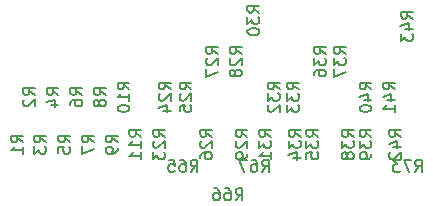
<source format=gbo>
G04 #@! TF.GenerationSoftware,KiCad,Pcbnew,(5.0.0-rc2-dev-707-g2ed24a4)*
G04 #@! TF.CreationDate,2018-05-18T15:55:42+01:00*
G04 #@! TF.ProjectId,pcie-probing-riser,706369652D70726F62696E672D726973,rev?*
G04 #@! TF.SameCoordinates,Original*
G04 #@! TF.FileFunction,Legend,Bot*
G04 #@! TF.FilePolarity,Positive*
%FSLAX46Y46*%
G04 Gerber Fmt 4.6, Leading zero omitted, Abs format (unit mm)*
G04 Created by KiCad (PCBNEW (5.0.0-rc2-dev-707-g2ed24a4)) date Friday, 18 May 2018 at 15:55:42*
%MOMM*%
%LPD*%
G01*
G04 APERTURE LIST*
%ADD10C,0.150000*%
G04 APERTURE END LIST*
D10*
X-997619Y9166666D02*
X-1473809Y9500000D01*
X-997619Y9738095D02*
X-1997619Y9738095D01*
X-1997619Y9357142D01*
X-1950000Y9261904D01*
X-1902380Y9214285D01*
X-1807142Y9166666D01*
X-1664285Y9166666D01*
X-1569047Y9214285D01*
X-1521428Y9261904D01*
X-1473809Y9357142D01*
X-1473809Y9738095D01*
X-997619Y8214285D02*
X-997619Y8785714D01*
X-997619Y8500000D02*
X-1997619Y8500000D01*
X-1854761Y8595238D01*
X-1759523Y8690476D01*
X-1711904Y8785714D01*
X2380Y13166666D02*
X-473809Y13500000D01*
X2380Y13738095D02*
X-997619Y13738095D01*
X-997619Y13357142D01*
X-950000Y13261904D01*
X-902380Y13214285D01*
X-807142Y13166666D01*
X-664285Y13166666D01*
X-569047Y13214285D01*
X-521428Y13261904D01*
X-473809Y13357142D01*
X-473809Y13738095D01*
X-902380Y12785714D02*
X-950000Y12738095D01*
X-997619Y12642857D01*
X-997619Y12404761D01*
X-950000Y12309523D01*
X-902380Y12261904D01*
X-807142Y12214285D01*
X-711904Y12214285D01*
X-569047Y12261904D01*
X2380Y12833333D01*
X2380Y12214285D01*
X952380Y9166666D02*
X476190Y9500000D01*
X952380Y9738095D02*
X-47619Y9738095D01*
X-47619Y9357142D01*
X0Y9261904D01*
X47619Y9214285D01*
X142857Y9166666D01*
X285714Y9166666D01*
X380952Y9214285D01*
X428571Y9261904D01*
X476190Y9357142D01*
X476190Y9738095D01*
X-47619Y8833333D02*
X-47619Y8214285D01*
X333333Y8547619D01*
X333333Y8404761D01*
X380952Y8309523D01*
X428571Y8261904D01*
X523809Y8214285D01*
X761904Y8214285D01*
X857142Y8261904D01*
X904761Y8309523D01*
X952380Y8404761D01*
X952380Y8690476D01*
X904761Y8785714D01*
X857142Y8833333D01*
X2002380Y13166666D02*
X1526190Y13500000D01*
X2002380Y13738095D02*
X1002380Y13738095D01*
X1002380Y13357142D01*
X1050000Y13261904D01*
X1097619Y13214285D01*
X1192857Y13166666D01*
X1335714Y13166666D01*
X1430952Y13214285D01*
X1478571Y13261904D01*
X1526190Y13357142D01*
X1526190Y13738095D01*
X1335714Y12309523D02*
X2002380Y12309523D01*
X954761Y12547619D02*
X1669047Y12785714D01*
X1669047Y12166666D01*
X3002380Y9166666D02*
X2526190Y9500000D01*
X3002380Y9738095D02*
X2002380Y9738095D01*
X2002380Y9357142D01*
X2050000Y9261904D01*
X2097619Y9214285D01*
X2192857Y9166666D01*
X2335714Y9166666D01*
X2430952Y9214285D01*
X2478571Y9261904D01*
X2526190Y9357142D01*
X2526190Y9738095D01*
X2002380Y8261904D02*
X2002380Y8738095D01*
X2478571Y8785714D01*
X2430952Y8738095D01*
X2383333Y8642857D01*
X2383333Y8404761D01*
X2430952Y8309523D01*
X2478571Y8261904D01*
X2573809Y8214285D01*
X2811904Y8214285D01*
X2907142Y8261904D01*
X2954761Y8309523D01*
X3002380Y8404761D01*
X3002380Y8642857D01*
X2954761Y8738095D01*
X2907142Y8785714D01*
X4002380Y13166666D02*
X3526190Y13500000D01*
X4002380Y13738095D02*
X3002380Y13738095D01*
X3002380Y13357142D01*
X3050000Y13261904D01*
X3097619Y13214285D01*
X3192857Y13166666D01*
X3335714Y13166666D01*
X3430952Y13214285D01*
X3478571Y13261904D01*
X3526190Y13357142D01*
X3526190Y13738095D01*
X3002380Y12309523D02*
X3002380Y12500000D01*
X3050000Y12595238D01*
X3097619Y12642857D01*
X3240476Y12738095D01*
X3430952Y12785714D01*
X3811904Y12785714D01*
X3907142Y12738095D01*
X3954761Y12690476D01*
X4002380Y12595238D01*
X4002380Y12404761D01*
X3954761Y12309523D01*
X3907142Y12261904D01*
X3811904Y12214285D01*
X3573809Y12214285D01*
X3478571Y12261904D01*
X3430952Y12309523D01*
X3383333Y12404761D01*
X3383333Y12595238D01*
X3430952Y12690476D01*
X3478571Y12738095D01*
X3573809Y12785714D01*
X5002380Y9166666D02*
X4526190Y9500000D01*
X5002380Y9738095D02*
X4002380Y9738095D01*
X4002380Y9357142D01*
X4050000Y9261904D01*
X4097619Y9214285D01*
X4192857Y9166666D01*
X4335714Y9166666D01*
X4430952Y9214285D01*
X4478571Y9261904D01*
X4526190Y9357142D01*
X4526190Y9738095D01*
X4002380Y8833333D02*
X4002380Y8166666D01*
X5002380Y8595238D01*
X6002380Y13166666D02*
X5526190Y13500000D01*
X6002380Y13738095D02*
X5002380Y13738095D01*
X5002380Y13357142D01*
X5050000Y13261904D01*
X5097619Y13214285D01*
X5192857Y13166666D01*
X5335714Y13166666D01*
X5430952Y13214285D01*
X5478571Y13261904D01*
X5526190Y13357142D01*
X5526190Y13738095D01*
X5430952Y12595238D02*
X5383333Y12690476D01*
X5335714Y12738095D01*
X5240476Y12785714D01*
X5192857Y12785714D01*
X5097619Y12738095D01*
X5050000Y12690476D01*
X5002380Y12595238D01*
X5002380Y12404761D01*
X5050000Y12309523D01*
X5097619Y12261904D01*
X5192857Y12214285D01*
X5240476Y12214285D01*
X5335714Y12261904D01*
X5383333Y12309523D01*
X5430952Y12404761D01*
X5430952Y12595238D01*
X5478571Y12690476D01*
X5526190Y12738095D01*
X5621428Y12785714D01*
X5811904Y12785714D01*
X5907142Y12738095D01*
X5954761Y12690476D01*
X6002380Y12595238D01*
X6002380Y12404761D01*
X5954761Y12309523D01*
X5907142Y12261904D01*
X5811904Y12214285D01*
X5621428Y12214285D01*
X5526190Y12261904D01*
X5478571Y12309523D01*
X5430952Y12404761D01*
X7002380Y9166666D02*
X6526190Y9500000D01*
X7002380Y9738095D02*
X6002380Y9738095D01*
X6002380Y9357142D01*
X6050000Y9261904D01*
X6097619Y9214285D01*
X6192857Y9166666D01*
X6335714Y9166666D01*
X6430952Y9214285D01*
X6478571Y9261904D01*
X6526190Y9357142D01*
X6526190Y9738095D01*
X7002380Y8690476D02*
X7002380Y8500000D01*
X6954761Y8404761D01*
X6907142Y8357142D01*
X6764285Y8261904D01*
X6573809Y8214285D01*
X6192857Y8214285D01*
X6097619Y8261904D01*
X6050000Y8309523D01*
X6002380Y8404761D01*
X6002380Y8595238D01*
X6050000Y8690476D01*
X6097619Y8738095D01*
X6192857Y8785714D01*
X6430952Y8785714D01*
X6526190Y8738095D01*
X6573809Y8690476D01*
X6621428Y8595238D01*
X6621428Y8404761D01*
X6573809Y8309523D01*
X6526190Y8261904D01*
X6430952Y8214285D01*
X8002380Y13642857D02*
X7526190Y13976190D01*
X8002380Y14214285D02*
X7002380Y14214285D01*
X7002380Y13833333D01*
X7050000Y13738095D01*
X7097619Y13690476D01*
X7192857Y13642857D01*
X7335714Y13642857D01*
X7430952Y13690476D01*
X7478571Y13738095D01*
X7526190Y13833333D01*
X7526190Y14214285D01*
X8002380Y12690476D02*
X8002380Y13261904D01*
X8002380Y12976190D02*
X7002380Y12976190D01*
X7145238Y13071428D01*
X7240476Y13166666D01*
X7288095Y13261904D01*
X7002380Y12071428D02*
X7002380Y11976190D01*
X7050000Y11880952D01*
X7097619Y11833333D01*
X7192857Y11785714D01*
X7383333Y11738095D01*
X7621428Y11738095D01*
X7811904Y11785714D01*
X7907142Y11833333D01*
X7954761Y11880952D01*
X8002380Y11976190D01*
X8002380Y12071428D01*
X7954761Y12166666D01*
X7907142Y12214285D01*
X7811904Y12261904D01*
X7621428Y12309523D01*
X7383333Y12309523D01*
X7192857Y12261904D01*
X7097619Y12214285D01*
X7050000Y12166666D01*
X7002380Y12071428D01*
X9002380Y9642857D02*
X8526190Y9976190D01*
X9002380Y10214285D02*
X8002380Y10214285D01*
X8002380Y9833333D01*
X8050000Y9738095D01*
X8097619Y9690476D01*
X8192857Y9642857D01*
X8335714Y9642857D01*
X8430952Y9690476D01*
X8478571Y9738095D01*
X8526190Y9833333D01*
X8526190Y10214285D01*
X9002380Y8690476D02*
X9002380Y9261904D01*
X9002380Y8976190D02*
X8002380Y8976190D01*
X8145238Y9071428D01*
X8240476Y9166666D01*
X8288095Y9261904D01*
X9002380Y7738095D02*
X9002380Y8309523D01*
X9002380Y8023809D02*
X8002380Y8023809D01*
X8145238Y8119047D01*
X8240476Y8214285D01*
X8288095Y8309523D01*
X11002380Y9642857D02*
X10526190Y9976190D01*
X11002380Y10214285D02*
X10002380Y10214285D01*
X10002380Y9833333D01*
X10050000Y9738095D01*
X10097619Y9690476D01*
X10192857Y9642857D01*
X10335714Y9642857D01*
X10430952Y9690476D01*
X10478571Y9738095D01*
X10526190Y9833333D01*
X10526190Y10214285D01*
X10097619Y9261904D02*
X10050000Y9214285D01*
X10002380Y9119047D01*
X10002380Y8880952D01*
X10050000Y8785714D01*
X10097619Y8738095D01*
X10192857Y8690476D01*
X10288095Y8690476D01*
X10430952Y8738095D01*
X11002380Y9309523D01*
X11002380Y8690476D01*
X10002380Y8357142D02*
X10002380Y7738095D01*
X10383333Y8071428D01*
X10383333Y7928571D01*
X10430952Y7833333D01*
X10478571Y7785714D01*
X10573809Y7738095D01*
X10811904Y7738095D01*
X10907142Y7785714D01*
X10954761Y7833333D01*
X11002380Y7928571D01*
X11002380Y8214285D01*
X10954761Y8309523D01*
X10907142Y8357142D01*
X11502380Y13642857D02*
X11026190Y13976190D01*
X11502380Y14214285D02*
X10502380Y14214285D01*
X10502380Y13833333D01*
X10550000Y13738095D01*
X10597619Y13690476D01*
X10692857Y13642857D01*
X10835714Y13642857D01*
X10930952Y13690476D01*
X10978571Y13738095D01*
X11026190Y13833333D01*
X11026190Y14214285D01*
X10597619Y13261904D02*
X10550000Y13214285D01*
X10502380Y13119047D01*
X10502380Y12880952D01*
X10550000Y12785714D01*
X10597619Y12738095D01*
X10692857Y12690476D01*
X10788095Y12690476D01*
X10930952Y12738095D01*
X11502380Y13309523D01*
X11502380Y12690476D01*
X10835714Y11833333D02*
X11502380Y11833333D01*
X10454761Y12071428D02*
X11169047Y12309523D01*
X11169047Y11690476D01*
X13252380Y13642857D02*
X12776190Y13976190D01*
X13252380Y14214285D02*
X12252380Y14214285D01*
X12252380Y13833333D01*
X12300000Y13738095D01*
X12347619Y13690476D01*
X12442857Y13642857D01*
X12585714Y13642857D01*
X12680952Y13690476D01*
X12728571Y13738095D01*
X12776190Y13833333D01*
X12776190Y14214285D01*
X12347619Y13261904D02*
X12300000Y13214285D01*
X12252380Y13119047D01*
X12252380Y12880952D01*
X12300000Y12785714D01*
X12347619Y12738095D01*
X12442857Y12690476D01*
X12538095Y12690476D01*
X12680952Y12738095D01*
X13252380Y13309523D01*
X13252380Y12690476D01*
X12252380Y11785714D02*
X12252380Y12261904D01*
X12728571Y12309523D01*
X12680952Y12261904D01*
X12633333Y12166666D01*
X12633333Y11928571D01*
X12680952Y11833333D01*
X12728571Y11785714D01*
X12823809Y11738095D01*
X13061904Y11738095D01*
X13157142Y11785714D01*
X13204761Y11833333D01*
X13252380Y11928571D01*
X13252380Y12166666D01*
X13204761Y12261904D01*
X13157142Y12309523D01*
X15002380Y9642857D02*
X14526190Y9976190D01*
X15002380Y10214285D02*
X14002380Y10214285D01*
X14002380Y9833333D01*
X14050000Y9738095D01*
X14097619Y9690476D01*
X14192857Y9642857D01*
X14335714Y9642857D01*
X14430952Y9690476D01*
X14478571Y9738095D01*
X14526190Y9833333D01*
X14526190Y10214285D01*
X14097619Y9261904D02*
X14050000Y9214285D01*
X14002380Y9119047D01*
X14002380Y8880952D01*
X14050000Y8785714D01*
X14097619Y8738095D01*
X14192857Y8690476D01*
X14288095Y8690476D01*
X14430952Y8738095D01*
X15002380Y9309523D01*
X15002380Y8690476D01*
X14002380Y7833333D02*
X14002380Y8023809D01*
X14050000Y8119047D01*
X14097619Y8166666D01*
X14240476Y8261904D01*
X14430952Y8309523D01*
X14811904Y8309523D01*
X14907142Y8261904D01*
X14954761Y8214285D01*
X15002380Y8119047D01*
X15002380Y7928571D01*
X14954761Y7833333D01*
X14907142Y7785714D01*
X14811904Y7738095D01*
X14573809Y7738095D01*
X14478571Y7785714D01*
X14430952Y7833333D01*
X14383333Y7928571D01*
X14383333Y8119047D01*
X14430952Y8214285D01*
X14478571Y8261904D01*
X14573809Y8309523D01*
X15502380Y16642857D02*
X15026190Y16976190D01*
X15502380Y17214285D02*
X14502380Y17214285D01*
X14502380Y16833333D01*
X14550000Y16738095D01*
X14597619Y16690476D01*
X14692857Y16642857D01*
X14835714Y16642857D01*
X14930952Y16690476D01*
X14978571Y16738095D01*
X15026190Y16833333D01*
X15026190Y17214285D01*
X14597619Y16261904D02*
X14550000Y16214285D01*
X14502380Y16119047D01*
X14502380Y15880952D01*
X14550000Y15785714D01*
X14597619Y15738095D01*
X14692857Y15690476D01*
X14788095Y15690476D01*
X14930952Y15738095D01*
X15502380Y16309523D01*
X15502380Y15690476D01*
X14502380Y15357142D02*
X14502380Y14690476D01*
X15502380Y15119047D01*
X17502380Y16642857D02*
X17026190Y16976190D01*
X17502380Y17214285D02*
X16502380Y17214285D01*
X16502380Y16833333D01*
X16550000Y16738095D01*
X16597619Y16690476D01*
X16692857Y16642857D01*
X16835714Y16642857D01*
X16930952Y16690476D01*
X16978571Y16738095D01*
X17026190Y16833333D01*
X17026190Y17214285D01*
X16597619Y16261904D02*
X16550000Y16214285D01*
X16502380Y16119047D01*
X16502380Y15880952D01*
X16550000Y15785714D01*
X16597619Y15738095D01*
X16692857Y15690476D01*
X16788095Y15690476D01*
X16930952Y15738095D01*
X17502380Y16309523D01*
X17502380Y15690476D01*
X16930952Y15119047D02*
X16883333Y15214285D01*
X16835714Y15261904D01*
X16740476Y15309523D01*
X16692857Y15309523D01*
X16597619Y15261904D01*
X16550000Y15214285D01*
X16502380Y15119047D01*
X16502380Y14928571D01*
X16550000Y14833333D01*
X16597619Y14785714D01*
X16692857Y14738095D01*
X16740476Y14738095D01*
X16835714Y14785714D01*
X16883333Y14833333D01*
X16930952Y14928571D01*
X16930952Y15119047D01*
X16978571Y15214285D01*
X17026190Y15261904D01*
X17121428Y15309523D01*
X17311904Y15309523D01*
X17407142Y15261904D01*
X17454761Y15214285D01*
X17502380Y15119047D01*
X17502380Y14928571D01*
X17454761Y14833333D01*
X17407142Y14785714D01*
X17311904Y14738095D01*
X17121428Y14738095D01*
X17026190Y14785714D01*
X16978571Y14833333D01*
X16930952Y14928571D01*
X18002380Y9642857D02*
X17526190Y9976190D01*
X18002380Y10214285D02*
X17002380Y10214285D01*
X17002380Y9833333D01*
X17050000Y9738095D01*
X17097619Y9690476D01*
X17192857Y9642857D01*
X17335714Y9642857D01*
X17430952Y9690476D01*
X17478571Y9738095D01*
X17526190Y9833333D01*
X17526190Y10214285D01*
X17097619Y9261904D02*
X17050000Y9214285D01*
X17002380Y9119047D01*
X17002380Y8880952D01*
X17050000Y8785714D01*
X17097619Y8738095D01*
X17192857Y8690476D01*
X17288095Y8690476D01*
X17430952Y8738095D01*
X18002380Y9309523D01*
X18002380Y8690476D01*
X18002380Y8214285D02*
X18002380Y8023809D01*
X17954761Y7928571D01*
X17907142Y7880952D01*
X17764285Y7785714D01*
X17573809Y7738095D01*
X17192857Y7738095D01*
X17097619Y7785714D01*
X17050000Y7833333D01*
X17002380Y7928571D01*
X17002380Y8119047D01*
X17050000Y8214285D01*
X17097619Y8261904D01*
X17192857Y8309523D01*
X17430952Y8309523D01*
X17526190Y8261904D01*
X17573809Y8214285D01*
X17621428Y8119047D01*
X17621428Y7928571D01*
X17573809Y7833333D01*
X17526190Y7785714D01*
X17430952Y7738095D01*
X19002380Y20142857D02*
X18526190Y20476190D01*
X19002380Y20714285D02*
X18002380Y20714285D01*
X18002380Y20333333D01*
X18050000Y20238095D01*
X18097619Y20190476D01*
X18192857Y20142857D01*
X18335714Y20142857D01*
X18430952Y20190476D01*
X18478571Y20238095D01*
X18526190Y20333333D01*
X18526190Y20714285D01*
X18002380Y19809523D02*
X18002380Y19190476D01*
X18383333Y19523809D01*
X18383333Y19380952D01*
X18430952Y19285714D01*
X18478571Y19238095D01*
X18573809Y19190476D01*
X18811904Y19190476D01*
X18907142Y19238095D01*
X18954761Y19285714D01*
X19002380Y19380952D01*
X19002380Y19666666D01*
X18954761Y19761904D01*
X18907142Y19809523D01*
X18002380Y18571428D02*
X18002380Y18476190D01*
X18050000Y18380952D01*
X18097619Y18333333D01*
X18192857Y18285714D01*
X18383333Y18238095D01*
X18621428Y18238095D01*
X18811904Y18285714D01*
X18907142Y18333333D01*
X18954761Y18380952D01*
X19002380Y18476190D01*
X19002380Y18571428D01*
X18954761Y18666666D01*
X18907142Y18714285D01*
X18811904Y18761904D01*
X18621428Y18809523D01*
X18383333Y18809523D01*
X18192857Y18761904D01*
X18097619Y18714285D01*
X18050000Y18666666D01*
X18002380Y18571428D01*
X20002380Y9642857D02*
X19526190Y9976190D01*
X20002380Y10214285D02*
X19002380Y10214285D01*
X19002380Y9833333D01*
X19050000Y9738095D01*
X19097619Y9690476D01*
X19192857Y9642857D01*
X19335714Y9642857D01*
X19430952Y9690476D01*
X19478571Y9738095D01*
X19526190Y9833333D01*
X19526190Y10214285D01*
X19002380Y9309523D02*
X19002380Y8690476D01*
X19383333Y9023809D01*
X19383333Y8880952D01*
X19430952Y8785714D01*
X19478571Y8738095D01*
X19573809Y8690476D01*
X19811904Y8690476D01*
X19907142Y8738095D01*
X19954761Y8785714D01*
X20002380Y8880952D01*
X20002380Y9166666D01*
X19954761Y9261904D01*
X19907142Y9309523D01*
X20002380Y7738095D02*
X20002380Y8309523D01*
X20002380Y8023809D02*
X19002380Y8023809D01*
X19145238Y8119047D01*
X19240476Y8214285D01*
X19288095Y8309523D01*
X20719380Y13642857D02*
X20243190Y13976190D01*
X20719380Y14214285D02*
X19719380Y14214285D01*
X19719380Y13833333D01*
X19767000Y13738095D01*
X19814619Y13690476D01*
X19909857Y13642857D01*
X20052714Y13642857D01*
X20147952Y13690476D01*
X20195571Y13738095D01*
X20243190Y13833333D01*
X20243190Y14214285D01*
X19719380Y13309523D02*
X19719380Y12690476D01*
X20100333Y13023809D01*
X20100333Y12880952D01*
X20147952Y12785714D01*
X20195571Y12738095D01*
X20290809Y12690476D01*
X20528904Y12690476D01*
X20624142Y12738095D01*
X20671761Y12785714D01*
X20719380Y12880952D01*
X20719380Y13166666D01*
X20671761Y13261904D01*
X20624142Y13309523D01*
X19814619Y12309523D02*
X19767000Y12261904D01*
X19719380Y12166666D01*
X19719380Y11928571D01*
X19767000Y11833333D01*
X19814619Y11785714D01*
X19909857Y11738095D01*
X20005095Y11738095D01*
X20147952Y11785714D01*
X20719380Y12357142D01*
X20719380Y11738095D01*
X22370380Y13634857D02*
X21894190Y13968190D01*
X22370380Y14206285D02*
X21370380Y14206285D01*
X21370380Y13825333D01*
X21418000Y13730095D01*
X21465619Y13682476D01*
X21560857Y13634857D01*
X21703714Y13634857D01*
X21798952Y13682476D01*
X21846571Y13730095D01*
X21894190Y13825333D01*
X21894190Y14206285D01*
X21370380Y13301523D02*
X21370380Y12682476D01*
X21751333Y13015809D01*
X21751333Y12872952D01*
X21798952Y12777714D01*
X21846571Y12730095D01*
X21941809Y12682476D01*
X22179904Y12682476D01*
X22275142Y12730095D01*
X22322761Y12777714D01*
X22370380Y12872952D01*
X22370380Y13158666D01*
X22322761Y13253904D01*
X22275142Y13301523D01*
X21370380Y12349142D02*
X21370380Y11730095D01*
X21751333Y12063428D01*
X21751333Y11920571D01*
X21798952Y11825333D01*
X21846571Y11777714D01*
X21941809Y11730095D01*
X22179904Y11730095D01*
X22275142Y11777714D01*
X22322761Y11825333D01*
X22370380Y11920571D01*
X22370380Y12206285D01*
X22322761Y12301523D01*
X22275142Y12349142D01*
X22502380Y9642857D02*
X22026190Y9976190D01*
X22502380Y10214285D02*
X21502380Y10214285D01*
X21502380Y9833333D01*
X21550000Y9738095D01*
X21597619Y9690476D01*
X21692857Y9642857D01*
X21835714Y9642857D01*
X21930952Y9690476D01*
X21978571Y9738095D01*
X22026190Y9833333D01*
X22026190Y10214285D01*
X21502380Y9309523D02*
X21502380Y8690476D01*
X21883333Y9023809D01*
X21883333Y8880952D01*
X21930952Y8785714D01*
X21978571Y8738095D01*
X22073809Y8690476D01*
X22311904Y8690476D01*
X22407142Y8738095D01*
X22454761Y8785714D01*
X22502380Y8880952D01*
X22502380Y9166666D01*
X22454761Y9261904D01*
X22407142Y9309523D01*
X21835714Y7833333D02*
X22502380Y7833333D01*
X21454761Y8071428D02*
X22169047Y8309523D01*
X22169047Y7690476D01*
X24002380Y9642857D02*
X23526190Y9976190D01*
X24002380Y10214285D02*
X23002380Y10214285D01*
X23002380Y9833333D01*
X23050000Y9738095D01*
X23097619Y9690476D01*
X23192857Y9642857D01*
X23335714Y9642857D01*
X23430952Y9690476D01*
X23478571Y9738095D01*
X23526190Y9833333D01*
X23526190Y10214285D01*
X23002380Y9309523D02*
X23002380Y8690476D01*
X23383333Y9023809D01*
X23383333Y8880952D01*
X23430952Y8785714D01*
X23478571Y8738095D01*
X23573809Y8690476D01*
X23811904Y8690476D01*
X23907142Y8738095D01*
X23954761Y8785714D01*
X24002380Y8880952D01*
X24002380Y9166666D01*
X23954761Y9261904D01*
X23907142Y9309523D01*
X23002380Y7785714D02*
X23002380Y8261904D01*
X23478571Y8309523D01*
X23430952Y8261904D01*
X23383333Y8166666D01*
X23383333Y7928571D01*
X23430952Y7833333D01*
X23478571Y7785714D01*
X23573809Y7738095D01*
X23811904Y7738095D01*
X23907142Y7785714D01*
X23954761Y7833333D01*
X24002380Y7928571D01*
X24002380Y8166666D01*
X23954761Y8261904D01*
X23907142Y8309523D01*
X24656380Y16642857D02*
X24180190Y16976190D01*
X24656380Y17214285D02*
X23656380Y17214285D01*
X23656380Y16833333D01*
X23704000Y16738095D01*
X23751619Y16690476D01*
X23846857Y16642857D01*
X23989714Y16642857D01*
X24084952Y16690476D01*
X24132571Y16738095D01*
X24180190Y16833333D01*
X24180190Y17214285D01*
X23656380Y16309523D02*
X23656380Y15690476D01*
X24037333Y16023809D01*
X24037333Y15880952D01*
X24084952Y15785714D01*
X24132571Y15738095D01*
X24227809Y15690476D01*
X24465904Y15690476D01*
X24561142Y15738095D01*
X24608761Y15785714D01*
X24656380Y15880952D01*
X24656380Y16166666D01*
X24608761Y16261904D01*
X24561142Y16309523D01*
X23656380Y14833333D02*
X23656380Y15023809D01*
X23704000Y15119047D01*
X23751619Y15166666D01*
X23894476Y15261904D01*
X24084952Y15309523D01*
X24465904Y15309523D01*
X24561142Y15261904D01*
X24608761Y15214285D01*
X24656380Y15119047D01*
X24656380Y14928571D01*
X24608761Y14833333D01*
X24561142Y14785714D01*
X24465904Y14738095D01*
X24227809Y14738095D01*
X24132571Y14785714D01*
X24084952Y14833333D01*
X24037333Y14928571D01*
X24037333Y15119047D01*
X24084952Y15214285D01*
X24132571Y15261904D01*
X24227809Y15309523D01*
X26307380Y16642857D02*
X25831190Y16976190D01*
X26307380Y17214285D02*
X25307380Y17214285D01*
X25307380Y16833333D01*
X25355000Y16738095D01*
X25402619Y16690476D01*
X25497857Y16642857D01*
X25640714Y16642857D01*
X25735952Y16690476D01*
X25783571Y16738095D01*
X25831190Y16833333D01*
X25831190Y17214285D01*
X25307380Y16309523D02*
X25307380Y15690476D01*
X25688333Y16023809D01*
X25688333Y15880952D01*
X25735952Y15785714D01*
X25783571Y15738095D01*
X25878809Y15690476D01*
X26116904Y15690476D01*
X26212142Y15738095D01*
X26259761Y15785714D01*
X26307380Y15880952D01*
X26307380Y16166666D01*
X26259761Y16261904D01*
X26212142Y16309523D01*
X25307380Y15357142D02*
X25307380Y14690476D01*
X26307380Y15119047D01*
X27002380Y9642857D02*
X26526190Y9976190D01*
X27002380Y10214285D02*
X26002380Y10214285D01*
X26002380Y9833333D01*
X26050000Y9738095D01*
X26097619Y9690476D01*
X26192857Y9642857D01*
X26335714Y9642857D01*
X26430952Y9690476D01*
X26478571Y9738095D01*
X26526190Y9833333D01*
X26526190Y10214285D01*
X26002380Y9309523D02*
X26002380Y8690476D01*
X26383333Y9023809D01*
X26383333Y8880952D01*
X26430952Y8785714D01*
X26478571Y8738095D01*
X26573809Y8690476D01*
X26811904Y8690476D01*
X26907142Y8738095D01*
X26954761Y8785714D01*
X27002380Y8880952D01*
X27002380Y9166666D01*
X26954761Y9261904D01*
X26907142Y9309523D01*
X26430952Y8119047D02*
X26383333Y8214285D01*
X26335714Y8261904D01*
X26240476Y8309523D01*
X26192857Y8309523D01*
X26097619Y8261904D01*
X26050000Y8214285D01*
X26002380Y8119047D01*
X26002380Y7928571D01*
X26050000Y7833333D01*
X26097619Y7785714D01*
X26192857Y7738095D01*
X26240476Y7738095D01*
X26335714Y7785714D01*
X26383333Y7833333D01*
X26430952Y7928571D01*
X26430952Y8119047D01*
X26478571Y8214285D01*
X26526190Y8261904D01*
X26621428Y8309523D01*
X26811904Y8309523D01*
X26907142Y8261904D01*
X26954761Y8214285D01*
X27002380Y8119047D01*
X27002380Y7928571D01*
X26954761Y7833333D01*
X26907142Y7785714D01*
X26811904Y7738095D01*
X26621428Y7738095D01*
X26526190Y7785714D01*
X26478571Y7833333D01*
X26430952Y7928571D01*
X28502380Y9642857D02*
X28026190Y9976190D01*
X28502380Y10214285D02*
X27502380Y10214285D01*
X27502380Y9833333D01*
X27550000Y9738095D01*
X27597619Y9690476D01*
X27692857Y9642857D01*
X27835714Y9642857D01*
X27930952Y9690476D01*
X27978571Y9738095D01*
X28026190Y9833333D01*
X28026190Y10214285D01*
X27502380Y9309523D02*
X27502380Y8690476D01*
X27883333Y9023809D01*
X27883333Y8880952D01*
X27930952Y8785714D01*
X27978571Y8738095D01*
X28073809Y8690476D01*
X28311904Y8690476D01*
X28407142Y8738095D01*
X28454761Y8785714D01*
X28502380Y8880952D01*
X28502380Y9166666D01*
X28454761Y9261904D01*
X28407142Y9309523D01*
X28502380Y8214285D02*
X28502380Y8023809D01*
X28454761Y7928571D01*
X28407142Y7880952D01*
X28264285Y7785714D01*
X28073809Y7738095D01*
X27692857Y7738095D01*
X27597619Y7785714D01*
X27550000Y7833333D01*
X27502380Y7928571D01*
X27502380Y8119047D01*
X27550000Y8214285D01*
X27597619Y8261904D01*
X27692857Y8309523D01*
X27930952Y8309523D01*
X28026190Y8261904D01*
X28073809Y8214285D01*
X28121428Y8119047D01*
X28121428Y7928571D01*
X28073809Y7833333D01*
X28026190Y7785714D01*
X27930952Y7738095D01*
X28502380Y13642857D02*
X28026190Y13976190D01*
X28502380Y14214285D02*
X27502380Y14214285D01*
X27502380Y13833333D01*
X27550000Y13738095D01*
X27597619Y13690476D01*
X27692857Y13642857D01*
X27835714Y13642857D01*
X27930952Y13690476D01*
X27978571Y13738095D01*
X28026190Y13833333D01*
X28026190Y14214285D01*
X27835714Y12785714D02*
X28502380Y12785714D01*
X27454761Y13023809D02*
X28169047Y13261904D01*
X28169047Y12642857D01*
X27502380Y12071428D02*
X27502380Y11976190D01*
X27550000Y11880952D01*
X27597619Y11833333D01*
X27692857Y11785714D01*
X27883333Y11738095D01*
X28121428Y11738095D01*
X28311904Y11785714D01*
X28407142Y11833333D01*
X28454761Y11880952D01*
X28502380Y11976190D01*
X28502380Y12071428D01*
X28454761Y12166666D01*
X28407142Y12214285D01*
X28311904Y12261904D01*
X28121428Y12309523D01*
X27883333Y12309523D01*
X27692857Y12261904D01*
X27597619Y12214285D01*
X27550000Y12166666D01*
X27502380Y12071428D01*
X30502380Y13642857D02*
X30026190Y13976190D01*
X30502380Y14214285D02*
X29502380Y14214285D01*
X29502380Y13833333D01*
X29550000Y13738095D01*
X29597619Y13690476D01*
X29692857Y13642857D01*
X29835714Y13642857D01*
X29930952Y13690476D01*
X29978571Y13738095D01*
X30026190Y13833333D01*
X30026190Y14214285D01*
X29835714Y12785714D02*
X30502380Y12785714D01*
X29454761Y13023809D02*
X30169047Y13261904D01*
X30169047Y12642857D01*
X30502380Y11738095D02*
X30502380Y12309523D01*
X30502380Y12023809D02*
X29502380Y12023809D01*
X29645238Y12119047D01*
X29740476Y12214285D01*
X29788095Y12309523D01*
X31002380Y9642857D02*
X30526190Y9976190D01*
X31002380Y10214285D02*
X30002380Y10214285D01*
X30002380Y9833333D01*
X30050000Y9738095D01*
X30097619Y9690476D01*
X30192857Y9642857D01*
X30335714Y9642857D01*
X30430952Y9690476D01*
X30478571Y9738095D01*
X30526190Y9833333D01*
X30526190Y10214285D01*
X30335714Y8785714D02*
X31002380Y8785714D01*
X29954761Y9023809D02*
X30669047Y9261904D01*
X30669047Y8642857D01*
X30097619Y8309523D02*
X30050000Y8261904D01*
X30002380Y8166666D01*
X30002380Y7928571D01*
X30050000Y7833333D01*
X30097619Y7785714D01*
X30192857Y7738095D01*
X30288095Y7738095D01*
X30430952Y7785714D01*
X31002380Y8357142D01*
X31002380Y7738095D01*
X32002380Y19642857D02*
X31526190Y19976190D01*
X32002380Y20214285D02*
X31002380Y20214285D01*
X31002380Y19833333D01*
X31050000Y19738095D01*
X31097619Y19690476D01*
X31192857Y19642857D01*
X31335714Y19642857D01*
X31430952Y19690476D01*
X31478571Y19738095D01*
X31526190Y19833333D01*
X31526190Y20214285D01*
X31335714Y18785714D02*
X32002380Y18785714D01*
X30954761Y19023809D02*
X31669047Y19261904D01*
X31669047Y18642857D01*
X31002380Y18357142D02*
X31002380Y17738095D01*
X31383333Y18071428D01*
X31383333Y17928571D01*
X31430952Y17833333D01*
X31478571Y17785714D01*
X31573809Y17738095D01*
X31811904Y17738095D01*
X31907142Y17785714D01*
X31954761Y17833333D01*
X32002380Y17928571D01*
X32002380Y18214285D01*
X31954761Y18309523D01*
X31907142Y18357142D01*
X13190457Y6671219D02*
X13523790Y7147409D01*
X13761885Y6671219D02*
X13761885Y7671219D01*
X13380933Y7671219D01*
X13285695Y7623600D01*
X13238076Y7575980D01*
X13190457Y7480742D01*
X13190457Y7337885D01*
X13238076Y7242647D01*
X13285695Y7195028D01*
X13380933Y7147409D01*
X13761885Y7147409D01*
X12333314Y7671219D02*
X12523790Y7671219D01*
X12619028Y7623600D01*
X12666647Y7575980D01*
X12761885Y7433123D01*
X12809504Y7242647D01*
X12809504Y6861695D01*
X12761885Y6766457D01*
X12714266Y6718838D01*
X12619028Y6671219D01*
X12428552Y6671219D01*
X12333314Y6718838D01*
X12285695Y6766457D01*
X12238076Y6861695D01*
X12238076Y7099790D01*
X12285695Y7195028D01*
X12333314Y7242647D01*
X12428552Y7290266D01*
X12619028Y7290266D01*
X12714266Y7242647D01*
X12761885Y7195028D01*
X12809504Y7099790D01*
X11333314Y7671219D02*
X11809504Y7671219D01*
X11857123Y7195028D01*
X11809504Y7242647D01*
X11714266Y7290266D01*
X11476171Y7290266D01*
X11380933Y7242647D01*
X11333314Y7195028D01*
X11285695Y7099790D01*
X11285695Y6861695D01*
X11333314Y6766457D01*
X11380933Y6718838D01*
X11476171Y6671219D01*
X11714266Y6671219D01*
X11809504Y6718838D01*
X11857123Y6766457D01*
X17000457Y4260419D02*
X17333790Y4736609D01*
X17571885Y4260419D02*
X17571885Y5260419D01*
X17190933Y5260419D01*
X17095695Y5212800D01*
X17048076Y5165180D01*
X17000457Y5069942D01*
X17000457Y4927085D01*
X17048076Y4831847D01*
X17095695Y4784228D01*
X17190933Y4736609D01*
X17571885Y4736609D01*
X16143314Y5260419D02*
X16333790Y5260419D01*
X16429028Y5212800D01*
X16476647Y5165180D01*
X16571885Y5022323D01*
X16619504Y4831847D01*
X16619504Y4450895D01*
X16571885Y4355657D01*
X16524266Y4308038D01*
X16429028Y4260419D01*
X16238552Y4260419D01*
X16143314Y4308038D01*
X16095695Y4355657D01*
X16048076Y4450895D01*
X16048076Y4688990D01*
X16095695Y4784228D01*
X16143314Y4831847D01*
X16238552Y4879466D01*
X16429028Y4879466D01*
X16524266Y4831847D01*
X16571885Y4784228D01*
X16619504Y4688990D01*
X15190933Y5260419D02*
X15381409Y5260419D01*
X15476647Y5212800D01*
X15524266Y5165180D01*
X15619504Y5022323D01*
X15667123Y4831847D01*
X15667123Y4450895D01*
X15619504Y4355657D01*
X15571885Y4308038D01*
X15476647Y4260419D01*
X15286171Y4260419D01*
X15190933Y4308038D01*
X15143314Y4355657D01*
X15095695Y4450895D01*
X15095695Y4688990D01*
X15143314Y4784228D01*
X15190933Y4831847D01*
X15286171Y4879466D01*
X15476647Y4879466D01*
X15571885Y4831847D01*
X15619504Y4784228D01*
X15667123Y4688990D01*
X19235657Y6671219D02*
X19568990Y7147409D01*
X19807085Y6671219D02*
X19807085Y7671219D01*
X19426133Y7671219D01*
X19330895Y7623600D01*
X19283276Y7575980D01*
X19235657Y7480742D01*
X19235657Y7337885D01*
X19283276Y7242647D01*
X19330895Y7195028D01*
X19426133Y7147409D01*
X19807085Y7147409D01*
X18378514Y7671219D02*
X18568990Y7671219D01*
X18664228Y7623600D01*
X18711847Y7575980D01*
X18807085Y7433123D01*
X18854704Y7242647D01*
X18854704Y6861695D01*
X18807085Y6766457D01*
X18759466Y6718838D01*
X18664228Y6671219D01*
X18473752Y6671219D01*
X18378514Y6718838D01*
X18330895Y6766457D01*
X18283276Y6861695D01*
X18283276Y7099790D01*
X18330895Y7195028D01*
X18378514Y7242647D01*
X18473752Y7290266D01*
X18664228Y7290266D01*
X18759466Y7242647D01*
X18807085Y7195028D01*
X18854704Y7099790D01*
X17949942Y7671219D02*
X17283276Y7671219D01*
X17711847Y6671219D01*
X32221557Y6671219D02*
X32554890Y7147409D01*
X32792985Y6671219D02*
X32792985Y7671219D01*
X32412033Y7671219D01*
X32316795Y7623600D01*
X32269176Y7575980D01*
X32221557Y7480742D01*
X32221557Y7337885D01*
X32269176Y7242647D01*
X32316795Y7195028D01*
X32412033Y7147409D01*
X32792985Y7147409D01*
X31888223Y7671219D02*
X31221557Y7671219D01*
X31650128Y6671219D01*
X30935842Y7671219D02*
X30316795Y7671219D01*
X30650128Y7290266D01*
X30507271Y7290266D01*
X30412033Y7242647D01*
X30364414Y7195028D01*
X30316795Y7099790D01*
X30316795Y6861695D01*
X30364414Y6766457D01*
X30412033Y6718838D01*
X30507271Y6671219D01*
X30792985Y6671219D01*
X30888223Y6718838D01*
X30935842Y6766457D01*
M02*

</source>
